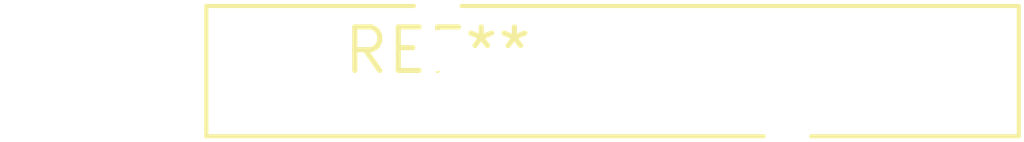
<source format=kicad_pcb>
(kicad_pcb (version 20240108) (generator pcbnew)
  (layers (0 "F.Cu" signal) (31 "B.Cu" signal) (34 "B.Paste" user) (35 "F.Paste" user) (36 "B.SilkS" user "B.Silkscreen") (37 "F.SilkS" user "F.Silkscreen") (38 "B.Mask" user) (39 "F.Mask" user) (44 "Edge.Cuts" user))
  (net 0 "")
  (footprint "Fuse_Bourns_MF-RHT1300" (layer "F.Cu") (at 0 0)
    (property "Reference" "REF**")
    (property "Value" "Fuse_Bourns_MF-RHT1300")
    (fp_line (start -6.75 -1.301) (end -6.75 2.5) (layer "F.SilkS") (stroke (width 0.12)))
    (fp_line (start -6.75 -1.301) (end -0.693 -1.301) (layer "F.SilkS") (stroke (width 0.12)))
    (fp_line (start -6.75 2.5) (end 9.508 2.5) (layer "F.SilkS") (stroke (width 0.12)))
    (fp_line (start 0.693 -1.301) (end 16.951 -1.301) (layer "F.SilkS") (stroke (width 0.12)))
    (fp_line (start 10.893 2.5) (end 16.951 2.5) (layer "F.SilkS") (stroke (width 0.12)))
    (fp_line (start 16.951 -1.301) (end 16.951 2.5) (layer "F.SilkS") (stroke (width 0.12)))
    (pad "1" thru_hole circle (at 0 0) (size 2.2 2.2) (drill 1.2) (layers *.Cu *.Mask) (remove_unused_layers))
    (pad "2" thru_hole circle (at 10.2 1.2) (size 2.2 2.2) (drill 1.2) (layers *.Cu *.Mask) (remove_unused_layers))
  )
)
</source>
